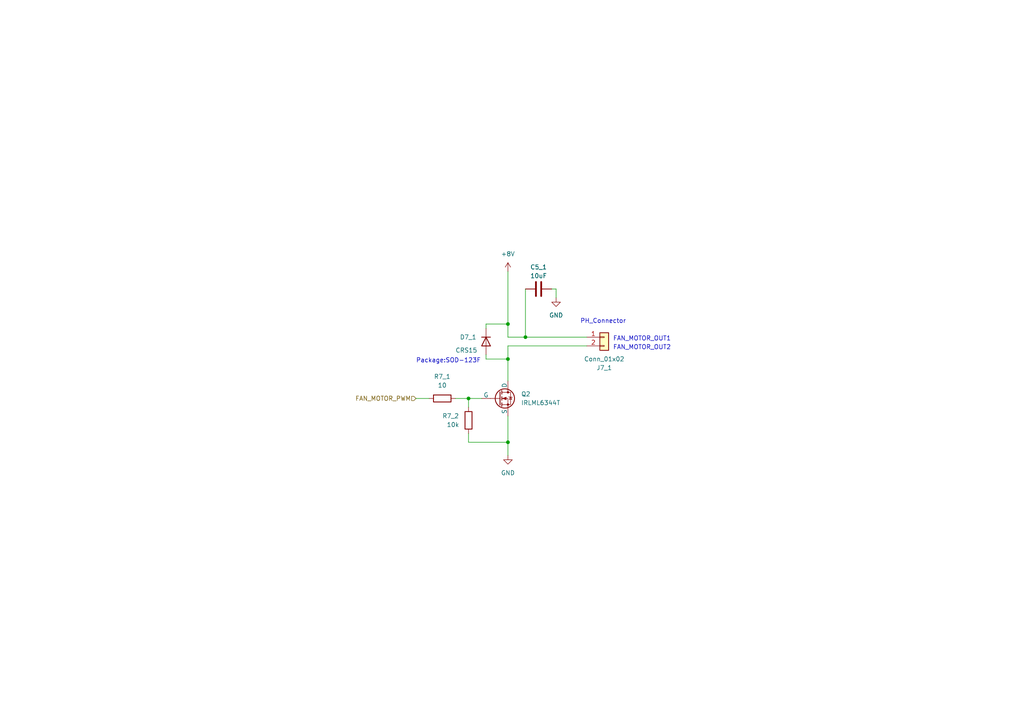
<source format=kicad_sch>
(kicad_sch (version 20230121) (generator eeschema)
  (paper "A4")
  (lib_symbols
    (symbol "Connector_Generic:Conn_01x02" (pin_names (offset 1.016) hide)
      (property "Reference" "J" (at 0 2.54 0))
      (property "Value" "Conn_01x02" (at 0 -5.08 0))
      (symbol "Conn_01x02_1_1"
        (rectangle (start -1.27 -2.413) (end 0 -2.667) (stroke (width 0.1524)))
        (rectangle (start -1.27 0.127) (end 0 -0.127) (stroke (width 0.1524)))
        (rectangle (start -1.27 1.27) (end 1.27 -3.81) (stroke (width 0.254)) (fill (type background)))
        (pin passive line (at -5.08 0 0) (length 3.81) (name "Pin_1") (number "1"))
        (pin passive line (at -5.08 -2.54 0) (length 3.81) (name "Pin_2") (number "2"))
      )
    )
    (symbol "Device:C" (pin_numbers hide) (pin_names (offset 0.254))
      (property "Reference" "C" (at 0.635 2.54 0))
      (property "Value" "C" (at 0.635 -2.54 0))
      (symbol "C_0_1"
        (polyline (pts (xy -2.032 -0.762) (xy 2.032 -0.762)) (stroke (width 0.508)))
        (polyline (pts (xy -2.032 0.762) (xy 2.032 0.762)) (stroke (width 0.508)))
      )
      (symbol "C_1_1"
        (pin passive line (at 0 3.81 270) (length 2.794) (name "~") (number "1"))
        (pin passive line (at 0 -3.81 90) (length 2.794) (name "~") (number "2"))
      )
    )
    (symbol "Device:R" (pin_numbers hide) (pin_names (offset 0))
      (property "Reference" "R" (at 2.032 0 90))
      (property "Value" "R" (at 0 0 90))
      (symbol "R_0_1"
        (rectangle (start -1.016 -2.54) (end 1.016 2.54) (stroke (width 0.254)))
      )
      (symbol "R_1_1"
        (pin passive line (at 0 3.81 270) (length 1.27) (name "~") (number "1"))
        (pin passive line (at 0 -3.81 90) (length 1.27) (name "~") (number "2"))
      )
    )
    (symbol "Diode:1N4001" (pin_numbers hide) (pin_names hide)
      (property "Reference" "D" (at 0 2.54 0))
      (property "Value" "1N4001" (at 0 -2.54 0))
      (symbol "1N4001_0_1"
        (polyline (pts (xy -1.27 1.27) (xy -1.27 -1.27)) (stroke (width 0.254)))
        (polyline (pts (xy 1.27 0) (xy -1.27 0)))
        (polyline (pts (xy 1.27 1.27) (xy 1.27 -1.27) (xy -1.27 0) (xy 1.27 1.27)) (stroke (width 0.254)))
      )
      (symbol "1N4001_1_1"
        (pin passive line (at -3.81 0 0) (length 2.54) (name "K") (number "1"))
        (pin passive line (at 3.81 0 180) (length 2.54) (name "A") (number "2"))
      )
    )
    (symbol "Simulation_SPICE:NMOS" (pin_numbers hide) (pin_names (offset 0))
      (property "Reference" "Q" (at 5.08 1.27 0))
      (property "Value" "NMOS" (at 5.08 -1.27 0))
      (symbol "NMOS_0_1"
        (polyline (pts (xy 0.254 0) (xy -2.54 0)))
        (polyline (pts (xy 0.254 1.905) (xy 0.254 -1.905)) (stroke (width 0.254)))
        (polyline (pts (xy 0.762 -1.27) (xy 0.762 -2.286)) (stroke (width 0.254)))
        (polyline (pts (xy 0.762 0.508) (xy 0.762 -0.508)) (stroke (width 0.254)))
        (polyline (pts (xy 0.762 2.286) (xy 0.762 1.27)) (stroke (width 0.254)))
        (polyline (pts (xy 2.54 2.54) (xy 2.54 1.778)))
        (polyline (pts (xy 2.54 -2.54) (xy 2.54 0) (xy 0.762 0)))
        (polyline (pts (xy 0.762 -1.778) (xy 3.302 -1.778) (xy 3.302 1.778) (xy 0.762 1.778)))
        (polyline (pts (xy 1.016 0) (xy 2.032 0.381) (xy 2.032 -0.381) (xy 1.016 0)) (fill (type outline)))
        (polyline (pts (xy 2.794 0.508) (xy 2.921 0.381) (xy 3.683 0.381) (xy 3.81 0.254)))
        (polyline (pts (xy 3.302 0.381) (xy 2.921 -0.254) (xy 3.683 -0.254) (xy 3.302 0.381)))
        (circle (center 1.651 0) (radius 2.794) (stroke (width 0.254)))
        (circle (center 2.54 -1.778) (radius 0.254) (fill (type outline)))
        (circle (center 2.54 1.778) (radius 0.254) (fill (type outline)))
      )
      (symbol "NMOS_1_1"
        (pin passive line (at 2.54 5.08 270) (length 2.54) (name "D") (number "1"))
        (pin input line (at -5.08 0 0) (length 2.54) (name "G") (number "2"))
        (pin passive line (at 2.54 -5.08 90) (length 2.54) (name "S") (number "3"))
      )
    )
    (symbol "power:+8V" (power) (pin_names (offset 0))
      (property "Value" "+8V" (at 0 3.556 0))
      (symbol "+8V_0_1"
        (polyline (pts (xy -0.762 1.27) (xy 0 2.54)))
        (polyline (pts (xy 0 0) (xy 0 2.54)))
        (polyline (pts (xy 0 2.54) (xy 0.762 1.27)))
      )
      (symbol "+8V_1_1"
        (pin power_in line (at 0 0 90) (length 0) hide (name "+8V") (number "1"))
      )
    )
    (symbol "power:GND" (power) (pin_names (offset 0))
      (property "Value" "GND" (at 0 -3.81 0))
      (symbol "GND_0_1"
        (polyline (pts (xy 0 0) (xy 0 -1.27) (xy 1.27 -1.27) (xy 0 -2.54) (xy -1.27 -1.27) (xy 0 -1.27)))
      )
      (symbol "GND_1_1"
        (pin power_in line (at 0 0 270) (length 0) hide (name "GND") (number "1"))
      )
    )
  )
  (junction (at 147.32 104.14))
  (junction (at 152.4 97.79))
  (junction (at 147.32 93.98))
  (junction (at 135.89 115.57))
  (junction (at 147.32 128.27))
  (wire (pts (xy 140.97 104.14) (xy 147.32 104.14)))
  (wire (pts (xy 152.4 83.82) (xy 152.4 97.79)))
  (wire (pts (xy 140.97 102.87) (xy 140.97 104.14)))
  (wire (pts (xy 147.32 78.74) (xy 147.32 93.98)))
  (wire (pts (xy 147.32 100.33) (xy 147.32 104.14)))
  (wire (pts (xy 147.32 97.79) (xy 152.4 97.79)))
  (wire (pts (xy 147.32 93.98) (xy 147.32 97.79)))
  (wire (pts (xy 160.02 83.82) (xy 161.29 83.82)))
  (wire (pts (xy 120.65 115.57) (xy 124.46 115.57)))
  (wire (pts (xy 135.89 128.27) (xy 147.32 128.27)))
  (wire (pts (xy 147.32 104.14) (xy 147.32 110.49)))
  (wire (pts (xy 161.29 83.82) (xy 161.29 86.36)))
  (wire (pts (xy 147.32 120.65) (xy 147.32 128.27)))
  (wire (pts (xy 135.89 115.57) (xy 135.89 118.11)))
  (wire (pts (xy 147.32 100.33) (xy 170.18 100.33)))
  (wire (pts (xy 132.08 115.57) (xy 135.89 115.57)))
  (wire (pts (xy 135.89 115.57) (xy 139.7 115.57)))
  (wire (pts (xy 135.89 125.73) (xy 135.89 128.27)))
  (wire (pts (xy 140.97 93.98) (xy 140.97 95.25)))
  (wire (pts (xy 140.97 93.98) (xy 147.32 93.98)))
  (wire (pts (xy 152.4 97.79) (xy 170.18 97.79)))
  (wire (pts (xy 147.32 128.27) (xy 147.32 132.08)))
  (text "FAN_MOTOR_OUT2" (at 177.8 101.6 0) (effects (font (size 1.27 1.27)) (justify left bottom)))
  (text "FAN_MOTOR_OUT1" (at 177.8 99.06 0) (effects (font (size 1.27 1.27)) (justify left bottom)))
  (text "PH_Connector" (at 181.61 93.98 0) (effects (font (size 1.27 1.27)) (justify right bottom)))
  (text "Package:SOD-123F" (at 120.65 105.41 0) (effects (font (size 1.27 1.27)) (justify left bottom)))
  (hierarchical_label "FAN_MOTOR_PWM" (shape input) (at 120.65 115.57 180))
  (symbol (lib_id "power:GND") (at 161.29 86.36 0) (unit 1)
    (property "Reference" "#PWR03" (effects hide))
    (property "Value" "GND" (at 161.29 91.44 0))
  )
  (symbol (lib_id "Device:C") (at 156.21 83.82 90) (unit 1)
    (property "Reference" "C5_1" (at 156.21 77.47 90))
    (property "Value" "10uF" (at 156.21 80.01 90))
    (property "Footprint" "Capacitor_SMD:C_0603_1608Metric_Pad1.08x0.95mm_HandSolder" (effects hide))
    (instances (project "fast_respect" (path "" (reference "C5_1") (unit 1)) (path "" (reference "C7_1") (unit 1))))
  )
  (symbol (lib_id "Simulation_SPICE:NMOS") (at 144.78 115.57 0) (unit 1)
    (property "Reference" "Q2" (at 151.13 114.3 0) (effects (justify left)))
    (property "Value" "IRLML6344T" (at 151.13 116.84 0) (effects (justify left)))
    (property "Footprint" "Package_TO_SOT_SMD:SOT-23" (effects hide))
    (property "Datasheet" "https://ngspice.sourceforge.io/docs/ngspice-manual.pdf" (effects hide))
    (property "Sim.Device" "NMOS" (effects hide))
    (property "Sim.Type" "VDMOS" (effects hide))
    (property "Sim.Pins" "1=D 2=G 3=S" (effects hide))
    (instances (project "fast_respect" (path "" (reference "Q2") (unit 1)) (path "" (reference "Q3_1") (unit 1)) (path "" (reference "Q7_1") (unit 1))))
  )
  (symbol (lib_id "Device:R") (at 135.89 121.92 0) (unit 1)
    (property "Reference" "R7_2" (at 128.27 120.65 0) (effects (justify left)))
    (property "Value" "10k" (at 129.54 123.19 0) (effects (justify left)))
    (property "Footprint" "Resistor_SMD:R_0603_1608Metric_Pad0.98x0.95mm_HandSolder" (effects hide))
  )
  (symbol (lib_id "power:GND") (at 147.32 132.08 0) (unit 1)
    (property "Reference" "#PWR016" (effects hide))
    (property "Value" "GND" (at 147.32 137.16 0))
  )
  (symbol (lib_id "Connector_Generic:Conn_01x02") (at 175.26 97.79 0) (unit 1)
    (property "Reference" "J7_1" (at 175.26 106.68 0))
    (property "Value" "Conn_01x02" (at 175.26 104.14 0))
    (property "Footprint" "Connector_JST:JST_PH_B2B-PH-K_1x02_P2.00mm_Vertical" (effects hide))
  )
  (symbol (lib_id "Device:R") (at 128.27 115.57 90) (unit 1)
    (property "Reference" "R7_1" (at 128.27 109.22 90))
    (property "Value" "10" (at 128.27 111.76 90))
    (property "Footprint" "Resistor_SMD:R_0603_1608Metric_Pad0.98x0.95mm_HandSolder" (effects hide))
  )
  (symbol (lib_id "Diode:1N4001") (at 140.97 99.06 270) (unit 1)
    (property "Reference" "D7_1" (at 133.35 97.79 90) (effects (justify left)))
    (property "Value" "CRS15" (at 132.08 101.6 90) (effects (justify left)))
    (property "Footprint" "Diode_SMD:D_SOD-123F" (effects hide))
    (property "Datasheet" "http://www.vishay.com/docs/88503/1n4001.pdf" (effects hide))
    (property "Sim.Device" "D" (effects hide))
    (property "Sim.Pins" "1=K 2=A" (effects hide))
  )
  (symbol (lib_id "power:+8V") (at 147.32 78.74 0) (unit 1)
    (property "Reference" "#PWR036" (effects hide))
    (property "Value" "+8V" (at 147.32 73.66 0))
    (instances (project "fast_respect" (path "" (reference "#PWR036") (unit 1)) (path "" (reference "#PWR044") (unit 1))))
  )
)
</source>
